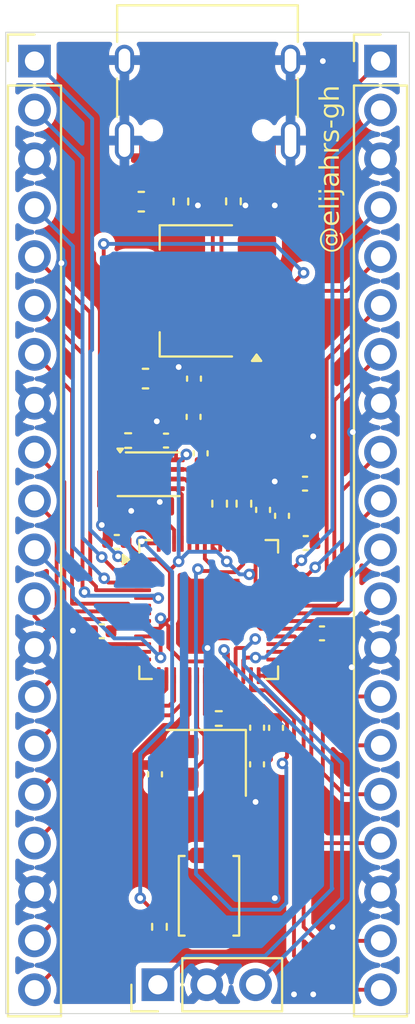
<source format=kicad_pcb>
(kicad_pcb (version 20241229) (generator "pcbnew") (generator_version "9.0")
  (layers (0 "F.Cu" signal) (2 "B.Cu" signal) (13 "F.Paste" user) (15 "B.Paste" user) (5 "F.SilkS" user "F.Silkscreen") (7 "B.SilkS" user "B.Silkscreen") (1 "F.Mask" user) (3 "B.Mask" user) (25 "Edge.Cuts" user))
  (net 0 "")
  (net 1 "GND")
  (net 2 "+3V3")
  (net 3 "+1V1")
  (net 4 "VBUS")
  (net 5 "XIN")
  (net 6 "Net-(C16-Pad2)")
  (net 7 "USB_D+")
  (net 8 "USB_D-")
  (net 9 "Net-(J1-CC1)")
  (net 10 "Net-(J1-CC2)")
  (net 11 "GPIO3")
  (net 12 "GPIO15")
  (net 13 "GPIO11")
  (net 14 "GPIO6")
  (net 15 "GPIO1")
  (net 16 "GPIO7")
  (net 17 "GPIO10")
  (net 18 "GPIO12")
  (net 19 "GPIO13")
  (net 20 "GPIO9")
  (net 21 "GPIO5")
  (net 22 "GPIO8")
  (net 23 "GPIO2")
  (net 24 "GPIO14")
  (net 25 "GPIO4")
  (net 26 "GPIO0")
  (net 27 "GPIO26_ADC0")
  (net 28 "GPIO17")
  (net 29 "GPIO16")
  (net 30 "GPIO27_ADC1")
  (net 31 "GPIO20")
  (net 32 "GPIO28_ADC2")
  (net 33 "GPIO18")
  (net 34 "GPIO21")
  (net 35 "GPIO19")
  (net 36 "GPIO22")
  (net 37 "GPIO24")
  (net 38 "RUN")
  (net 39 "GPIO23")
  (net 40 "GPIO29_ADC3")
  (net 41 "SWCLK")
  (net 42 "SWD")
  (net 43 "Net-(U1-USB_DP)")
  (net 44 "Net-(U1-USB_DM)")
  (net 45 "XOUT")
  (net 46 "QSPI_SS")
  (net 47 "Net-(R7-Pad1)")
  (net 48 "QSPI_SD1")
  (net 50 "QSPI_SCLK")
  (net 51 "QSPI_SD0")
  (net 52 "QSPI_SD3")
  (net 53 "QSPI_SD2")
  (footprint "Button_Switch_SMD:SW_Push_SPST_NO_Alps_SKRK" (layer "F.Cu") (at 105.577889 90.37749 -90)
    (property "Reference" "SW1" (hide yes))
    (property "Value" "SW_Push" (hide yes))
  )
  (footprint "Capacitor_SMD:C_0402_1005Metric" (layer "F.Cu") (at 109.065442 81.649251 -90)
    (property "Reference" "C12" (hide yes))
    (property "Value" "0.1uF" (hide yes))
  )
  (footprint "Crystal:Crystal_SMD_3225-4Pin_3.2x2.5mm" (layer "F.Cu") (at 105.436147 83.469652 180)
    (property "Reference" "Y1" (hide yes))
    (property "Value" "12 MHz" (hide yes))
  )
  (footprint "Capacitor_SMD:C_0402_1005Metric" (layer "F.Cu") (at 110.574378 68.960147)
    (property "Reference" "C3" (hide yes))
    (property "Value" "0.1uF" (hide yes))
  )
  (footprint "Capacitor_SMD:C_0402_1005Metric" (layer "F.Cu") (at 103.341797 66.721207 180)
    (property "Reference" "C17" (hide yes))
    (property "Value" "0.1uF" (hide yes))
  )
  (footprint "Capacitor_SMD:C_0402_1005Metric" (layer "F.Cu") (at 104.797744 63.503279 90)
    (property "Reference" "C2" (hide yes))
    (property "Value" "0.1uF" (hide yes))
  )
  (footprint "Resistor_SMD:R_0402_1005Metric" (layer "F.Cu") (at 104.117424 54.297343 -90)
    (property "Reference" "R2" (hide yes))
    (property "Value" "5.1K" (hide yes))
  )
  (footprint "Connector_USB:USB_C_Receptacle_HRO_TYPE-C-31-M-12" (layer "F.Cu") (at 105.5 48 180)
    (property "Reference" "J1" (hide yes))
    (property "Value" "USB_C_Receptacle_USB2.0_14P" (hide yes))
  )
  (footprint "Capacitor_SMD:C_0402_1005Metric" (layer "F.Cu") (at 100 76.630745 180)
    (property "Reference" "C7" (hide yes))
    (property "Value" "0.1uF" (hide yes))
  )
  (footprint "Package_TO_SOT_SMD:SOT-223-3_TabPin2" (layer "F.Cu") (at 104.923273 58.942224 180)
    (property "Reference" "U2" (hide yes))
    (property "Value" "NCP1117-3.3_SOT223" (hide yes))
  )
  (footprint "Package_DFN_QFN:QFN-56-1EP_7x7mm_P0.4mm_EP3.2x3.2mm" (layer "F.Cu") (at 105.5625 75.5)
    (property "Reference" "U1" (hide yes))
    (property "Value" "RP2040" (hide yes))
  )
  (footprint "Capacitor_SMD:C_0402_1005Metric" (layer "F.Cu") (at 111.456038 76.740465)
    (property "Reference" "C6" (hide yes))
    (property "Value" "0.1uF" (hide yes))
  )
  (footprint "Resistor_SMD:R_0402_1005Metric" (layer "F.Cu") (at 106.130907 70 -90)
    (property "Reference" "R3" (hide yes))
    (property "Value" "27" (hide yes))
  )
  (footprint "Capacitor_SMD:C_0603_1608Metric" (layer "F.Cu") (at 102.275 63.5 180)
    (property "Reference" "C14" (hide yes))
    (property "Value" "10uF" (hide yes))
  )
  (footprint "Connector_PinHeader_2.54mm:PinHeader_1x20_P2.54mm_Vertical" (layer "F.Cu") (at 96.5 47)
    (property "Reference" "J2" (hide yes))
    (property "Value" "Conn_01x20" (hide yes))
  )
  (footprint "Resistor_SMD:R_0402_1005Metric" (layer "F.Cu") (at 106.086102 81.164742 180)
    (property "Reference" "R5" (hide yes))
    (property "Value" "1K" (hide yes))
  )
  (footprint "Resistor_SMD:R_0402_1005Metric" (layer "F.Cu") (at 106.849838 54.288257 -90)
    (property "Reference" "R1" (hide yes))
    (property "Value" "5.1K" (hide yes))
  )
  (footprint "Connector_PinHeader_2.54mm:PinHeader_1x03_P2.54mm_Vertical" (layer "F.Cu") (at 102.92 95 90)
    (property "Reference" "J4" (hide yes))
    (property "Value" "Conn_01x03" (hide yes))
  )
  (footprint "Capacitor_SMD:C_0402_1005Metric" (layer "F.Cu") (at 100.781651 71.987659 180)
    (property "Reference" "C8" (hide yes))
    (property "Value" "0.1uF" (hide yes))
  )
  (footprint "Capacitor_SMD:C_0402_1005Metric" (layer "F.Cu") (at 108.080675 81.643507 -90)
    (property "Reference" "C9" (hide yes))
    (property "Value" "0.1uF" (hide yes))
  )
  (footprint "Connector_PinHeader_2.54mm:PinHeader_1x20_P2.54mm_Vertical" (layer "F.Cu") (at 114.5 47)
    (property "Reference" "J3" (hide yes))
    (property "Value" "Conn_01x20" (hide yes))
  )
  (footprint "Capacitor_SMD:C_0402_1005Metric" (layer "F.Cu") (at 109.377229 70.6324 90)
    (property "Reference" "C5" (hide yes))
    (property "Value" "0.1uF" (hide yes))
  )
  (footprint "Resistor_SMD:R_0402_1005Metric" (layer "F.Cu") (at 107.394308 70 -90)
    (property "Reference" "R4" (hide yes))
    (property "Value" "27" (hide yes))
  )
  (footprint "Capacitor_SMD:C_0603_1608Metric" (layer "F.Cu") (at 102.054818 54.305665 180)
    (property "Reference" "C13" (hide yes))
    (property "Value" "10uF" (hide yes))
  )
  (footprint "Resistor_SMD:R_0402_1005Metric" (layer "F.Cu") (at 101.371797 66.721207 180)
    (property "Reference" "R6" (hide yes))
    (property "Value" "10K" (hide yes))
  )
  (footprint "Capacitor_SMD:C_0402_1005Metric" (layer "F.Cu") (at 104.776173 65.490992 -90)
    (property "Reference" "C1" (hide yes))
    (property "Value" "1uF" (hide yes))
  )
  (footprint "Capacitor_SMD:C_0402_1005Metric" (layer "F.Cu") (at 105.144693 67.383969 90)
    (property "Reference" "C10" (hide yes))
    (property "Value" "1uF" (hide yes))
  )
  (footprint "Capacitor_SMD:C_0402_1005Metric" (layer "F.Cu") (at 110.611689 72.044379)
    (property "Reference" "C4" (hide yes))
    (property "Value" "0.1uF" (hide yes))
  )
  (footprint "Resistor_SMD:R_0402_1005Metric" (layer "F.Cu") (at 103 91.99 90)
    (property "Reference" "R7" (hide yes))
    (property "Value" "1K" (hide yes))
  )
  (footprint "Package_SON:Winbond_USON-8-1EP_3x2mm_P0.5mm_EP0.2x1.6mm" (layer "F.Cu") (at 102.436797 68.471207)
    (property "Reference" "U3" (hide yes))
    (property "Value" "W25Q16JVZPIQ TR" (hide yes))
  )
  (footprint "Capacitor_SMD:C_0402_1005Metric" (layer "F.Cu") (at 108.077933 83.546594 90)
    (property "Reference" "C16" (hide yes))
    (property "Value" "33pF" (hide yes))
  )
  (footprint "Capacitor_SMD:C_0402_1005Metric" (layer "F.Cu") (at 108.391595 70.32307 90)
    (property "Reference" "C11" (hide yes))
    (property "Value" "0.1uF" (hide yes))
  )
  (footprint "Capacitor_SMD:C_0402_1005Metric" (layer "F.Cu") (at 102.770308 84.064043 -90)
    (property "Reference" "C15" (hide yes))
    (property "Value" "33pF" (hide yes))
  )
  (gr_line (start 105.374 65.5) (end 105.374 63.621985) (stroke (width 0.2)) (layer "F.Cu") (net 1))
  (gr_line (start 109 76.5) (end 110.5 76.5) (stroke (width 0.2)) (layer "F.Cu") (net 2))
  (gr_line (start 109 76.898) (end 110 76.898) (stroke (width 0.2)) (layer "F.Cu") (net 34))
  (gr_line (start 111.700668 73.566608) (end 111.4 74.1) (stroke (width 0.2)) (layer "F.Cu") (net 30))
  (gr_line (start 111.698 70) (end 111.700668 73.566608) (stroke (width 0.2)) (layer "F.Cu") (net 30))
  (gr_rect (start 95 45.5) (end 116 96.5) (stroke (width 0.05)) (fill no) (layer "Edge.Cuts"))
  (gr_text "@elijahrs-gh" (at 112.5 57 90) (layer "F.SilkS") (effects (font (size 1 1) (thickness 0.1)) (justify left bottom)))
  (segment (start 104.797744 63.023279) (end 104.123279 63.023279) (width 0.2) (layer "F.Cu") (net 1))
  (segment (start 108.391595 69.84307) (end 108.391595 69.4519) (width 0.2) (layer "F.Cu") (net 1))
  (segment (start 113.760465 76.740465) (end 114.5 77.48) (width 0.2) (layer "F.Cu") (net 1))
  (segment (start 105 54.5) (end 104.424767 54.5) (width 0.2) (layer "F.Cu") (net 1))
  (segment (start 105.374 65.683164) (end 105.374 65.5) (width 0.2) (layer "F.Cu") (net 1))
  (segment (start 105.107743 63.023279) (end 105.374 63.289536) (width 0.2) (layer "F.Cu") (net 1))
  (segment (start 102.861797 66.721207) (end 102.861797 65.721207) (width 0.2) (layer "F.Cu") (net 1))
  (segment (start 104.5625 78.9375) (end 104.5625 80.9375) (width 0.2) (layer "F.Cu") (net 1))
  (segment (start 104.336147 81.163853) (end 104.336147 82.619652) (width 0.2) (layer "F.Cu") (net 1))
  (segment (start 109 93.5) (end 109 90.5) (width 0.2) (layer "F.Cu") (net 1))
  (segment (start 108.75 54.25) (end 109 54.5) (width 0.2) (layer "F.Cu") (net 1))
  (segment (start 103.017354 66.876764) (end 103.017354 69.91112) (width 0.2) (layer "F.Cu") (net 1))
  (segment (start 101.532154 69.741564) (end 101.011797 69.221207) (width 0.2) (layer "F.Cu") (net 1))
  (segment (start 107.175016 54.798257) (end 107.473273 54.5) (width 0.2) (layer "F.Cu") (net 1))
  (segment (start 108.75 52.045) (end 108.75 54.25) (width 0.2) (layer "F.Cu") (net 1))
  (segment (start 111 95.5) (end 109 93.5) (width 0.2) (layer "F.Cu") (net 1))
  (segment (start 100.472273 60.072273) (end 100.472273 62.472273) (width 0.2) (layer "F.Cu") (net 1))
  (segment (start 102.861797 66.721207) (end 103.017354 66.876764) (width 0.2) (layer "F.Cu") (net 1))
  (segment (start 109.377229 70.1524) (end 109.377229 69.226536) (width 0.2) (layer "F.Cu") (net 1))
  (segment (start 107.784875 84.319652) (end 108.077933 84.026594) (width 0.2) (layer "F.Cu") (net 1))
  (segment (start 104.776173 65.970992) (end 105.086172 65.970992) (width 0.2) (layer "F.Cu") (net 1))
  (segment (start 97.9 57.5) (end 100.472273 60.072273) (width 0.2) (layer "F.Cu") (net 1))
  (segment (start 105.144693 66.903969) (end 105.144693 66.339512) (width 0.2) (layer "F.Cu") (net 1))
  (segment (start 108.799 83.305527) (end 108.799 82.395693) (width 0.2) (layer "F.Cu") (net 1))
  (segment (start 108.077933 84.026594) (end 108.799 83.305527) (width 0.2) (layer "F.Cu") (net 1))
  (segment (start 106.536147 84.319652) (end 106.819652 84.319652) (width 0.2) (layer "F.Cu") (net 1))
  (segment (start 105.086172 65.970992) (end 105.374 65.683164) (width 0.2) (layer "F.Cu") (net 1))
  (segment (start 106.849838 54.798257) (end 107.175016 54.798257) (width 0.2) (layer "F.Cu") (net 1))
  (segment (start 113.06 66.22) (end 113.06 66.28) (width 0.2) (layer "F.Cu") (net 1))
  (segment (start 106.536147 84.319652) (end 107.784875 84.319652) (width 0.2) (layer "F.Cu") (net 1))
  (segment (start 100.301651 71.410727) (end 99.999 71.108076) (width 0.2) (layer "F.Cu") (net 1))
  (segment (start 109.377229 69.226536) (end 108.997094 68.846401) (width 0.2) (layer "F.Cu") (net 1))
  (segment (start 100.301651 71.987659) (end 100.301651 71.410727) (width 0.2) (layer "F.Cu") (net 1))
  (segment (start 111.936038 76.740465) (end 113.760465 76.740465) (width 0.2) (layer "F.Cu") (net 1))
  (segment (start 96.5 64.78) (end 96.5 65) (width 0.2) (layer "F.Cu") (net 1))
  (segment (start 98.530745 76.630745) (end 98.5 76.6) (width 0.2) (layer "F.Cu") (net 1))
  (segment (start 100.472273 62.472273) (end 101.5 63.5) (width 0.2) (layer "F.Cu") (net 1))
  (segment (start 104.424767 54.5) (end 104.117424 54.807343) (width 0.2) (layer "F.Cu") (net 1))
  (segment (start 108.080675 82.123507) (end 109.059698 82.123507) (width 0.2) (layer "F.Cu") (net 1))
  (segment (start 104.5625 80.9375) (end 104.336147 81.163853) (width 0.2) (layer "F.Cu") (net 1))
  (segment (start 111.091689 72.044379) (end 111.091689 68.997458) (width 0.2) (layer "F.Cu") (net 1))
  (segment (start 108.391595 69.4519) (end 108.997094 68.846401) (width 0.2) (layer "F.Cu") (net 1))
  (segment (start 104.797744 63.023279) (end 105.107743 63.023279) (width 0.2) (layer "F.Cu") (net 1))
  (segment (start 99.52 76.630745) (end 98.530745 76.630745) (width 0.2) (layer "F.Cu") (net 1))
  (segment (start 105.374 63.289536) (end 105.374 63.621985) (width 0.2) (layer "F.Cu") (net 1))
  (segment (start 111.936038 77.436038) (end 111.936038 76.740465) (width 0.2) (layer "F.Cu") (net 1))
  (segment (start 109.059698 82.123507) (end 109.065442 82.129251) (width 0.2) (layer "F.Cu") (net 1))
  (segment (start 114.5 64.78) (end 113.06 66.22) (width 0.2) (layer "F.Cu") (net 1))
  (segment (start 111.45 46.95) (end 111.5 47) (width 0.2) (layer "F.Cu") (net 1))
  (segment (start 104.5625 76.5) (end 105.5625 75.5) (width 0.2) (layer "F.Cu") (net 1))
  (segment (start 104.123279 63.023279) (end 104 62.9) (width 0.2) (layer "F.Cu") (net 1))
  (segment (start 101.532154 70.375659) (end 101.532154 69.741564) (width 0.2) (layer "F.Cu") (net 1))
  (segment (start 108.799 82.395693) (end 109.065442 82.129251) (width 0.2) (layer "F.Cu") (net 1))
  (segment (start 111.091689 68.997458) (end 111.054378 68.960147) (width 0.2) (layer "F.Cu") (net 1))
  (segment (start 106.819652 84.319652) (end 108 85.5) (width 0.2) (layer "F.Cu") (net 1))
  (segment (start 113 78.5) (end 111.936038 77.436038) (width 0.2) (layer "F.Cu") (net 1))
  (segment (start 109.82 46.95) (end 111.45 46.95) (width 0.2) (layer "F.Cu") (net 1))
  (segment (start 105.144693 66.339512) (end 104.776173 65.970992) (width 0.2) (layer "F.Cu") (net 1))
  (segment (start 114.5 64.78) (end 114.22 64.5) (width 0.2) (layer "F.Cu") (net 1))
  (via (at 104 62.9) (size 0.6) (drill 0.3) (layers "F.Cu" "B.Cu") (net 1))
  (via (at 105 54.5) (size 0.6) (drill 0.3) (layers "F.Cu" "B.Cu") (net 1))
  (via (at 102.861797 65.721207) (size 0.6) (drill 0.3) (layers "F.Cu" "B.Cu") (net 1))
  (via (at 111 66.5) (size 0.6) (drill 0.3) (layers "F.Cu" "B.Cu") (net 1))
  (via (at 105.5 77.5) (size 0.6) (drill 0.3) (layers "F.Cu" "B.Cu") (net 1))
  (via (at 110 95.5) (size 0.6) (drill 0.3) (layers "F.Cu" "B.Cu") (net 1))
  (via (at 97.9 57.5) (size 0.6) (drill 0.3) (layers "F.Cu" "B.Cu") (net 1))
  (via (at 99.999 71.108076) (size 0.6) (drill 0.3) (layers "F.Cu" "B.Cu") (net 1))
  (via (at 108 85.5) (size 0.6) (drill 0.3) (layers "F.Cu" "B.Cu") (net 1))
  (via (at 113.06 66.28) (size 0.6) (drill 0.3) (layers "F.Cu" "B.Cu") (net 1))
  (via (at 111.5 47) (size 0.6) (drill 0.3) (layers "F.Cu" "B.Cu") (net 1))
  (via (at 112 92) (size 0.6) (drill 0.3) (layers "F.Cu" "B.Cu") (net 1))
  (via (at 98.5 76.6) (size 0.6) (drill 0.3) (layers "F.Cu" "B.Cu") (net 1))
  (via (at 109 90.5) (size 0.6) (drill 0.3) (layers "F.Cu" "B.Cu") (net 1))
  (via (at 113 78.5) (size 0.6) (drill 0.3) (layers "F.Cu" "B.Cu") (net 1))
  (via (at 101.532154 70.375659) (size 0.6) (drill 0.3) (layers "F.Cu" "B.Cu") (net 1))
  (via (at 107.473273 54.5) (size 0.6) (drill 0.3) (layers "F.Cu" "B.Cu") (net 1))
  (via (at 109 54.5) (size 0.6) (drill 0.3) (layers "F.Cu" "B.Cu") (net 1))
  (via (at 103.017354 69.91112) (size 0.6) (drill 0.3) (layers "F.Cu" "B.Cu") (net 1))
  (via (at 111 95.5) (size 0.6) (drill 0.3) (layers "F.Cu" "B.Cu") (net 1))
  (via (at 108.997094 68.846401) (size 0.6) (drill 0.3) (layers "F.Cu" "B.Cu") (net 1))
  (segment (start 107.2615 75.2385) (end 109 73.5) (width 0.2) (layer "B.Cu") (net 1))
  (segment (start 109.787318 73.191785) (end 109.787318 67.712682) (width 0.2) (layer "B.Cu") (net 1))
  (segment (start 104 62.9) (end 109.787318 68.687318) (width 0.2) (layer "B.Cu") (net 1))
  (segment (start 104.150543 66.837133) (end 99.999 70.988676) (width 0.2) (layer "B.Cu") (net 1))
  (segment (start 113 78.5) (end 113 93.5) (width 0.2) (layer "B.Cu") (net 1))
  (segment (start 104 64.583004) (end 102.861797 65.721207) (width 0.2) (layer "B.Cu") (net 1))
  (segment (start 101.002 91.502) (end 109.415043 91.502) (width 0.2) (layer "B.Cu") (net 1))
  (segment (start 108.275265 70.463969) (end 104.648429 66.837133) (width 0.2) (layer "B.Cu") (net 1))
  (segment (start 109.415043 91.502) (end 110.002 90.915043) (width 0.2) (layer "B.Cu") (net 1))
  (segment (start 113 66.28) (end 114.5 64.78) (width 0.2) (layer "B.Cu") (net 1))
  (segment (start 110.503846 73.908313) (end 111.349416 73.908313) (width 0.2) (layer "B.Cu") (net 1))
  (segment (start 105.7615 77.8957) (end 105.7615 76.436973) (width 0.2) (layer "B.Cu") (net 1))
  (segment (start 109.787318 67.712682) (end 111 66.5) (width 0.2) (layer "B.Cu") (net 1))
  (segment (start 113 72.257729) (end 113 66.28) (width 0.2) (layer "B.Cu") (net 1))
  (segment (start 98.5 76.6) (end 97.38 76.6) (width 0.2) (layer "B.Cu") (net 1))
  (segment (start 99.999 70.988676) (end 99.999 71.108076) (width 0.2) (layer "B.Cu") (net 1))
  (segment (start 104 62.9) (end 104 64.583004) (width 0.2) (layer "B.Cu") (net 1))
  (segment (start 107.473273 54.5) (end 105 54.5) (width 0.2) (layer "B.Cu") (net 1))
  (segment (start 98.5 89) (end 101.002 91.502) (width 0.2) (layer "B.Cu") (net 1))
  (segment (start 109 72) (end 111 70) (width 0.2) (layer "B.Cu") (net 1))
  (segment (start 108.275265 73.923208) (end 108.275265 70.463969) (width 0.2) (layer "B.Cu") (net 1))
  (segment (start 110.002 90.915043) (end 110.002 82.1362) (width 0.2) (layer "B.Cu") (net 1))
  (segment (start 105.7615 87.2615) (end 105.7615 75.2385) (width 0.2) (layer "B.Cu") (net 1))
  (segment (start 105.7615 75.2385) (end 107.2615 75.2385) (width 0.2) (layer "B.Cu") (net 1))
  (segment (start 99.999 71.108076) (end 100.799737 71.108076) (width 0.2) (layer "B.Cu") (net 1))
  (segment (start 111.349416 73.908313) (end 113 72.257729) (width 0.2) (layer "B.Cu") (net 1))
  (segment (start 97.9 63.38) (end 97.9 57.5) (width 0.2) (layer "B.Cu") (net 1))
  (segment (start 105.7615 76.436973) (end 108.275265 73.923208) (width 0.2) (layer "B.Cu") (net 1))
  (segment (start 96.5 64.78) (end 97.9 63.38) (width 0.2) (layer "B.Cu") (net 1))
  (segment (start 109 73.5) (end 109 72) (width 0.2) (layer "B.Cu") (net 1))
  (segment (start 98.5 76.6) (end 98.5 89) (width 0.2) (layer "B.Cu") (net 1))
  (segment (start 103.017354 69.91112) (end 101.996693 69.91112) (width 0.2) (layer "B.Cu") (net 1))
  (segment (start 113 93.5) (end 111 95.5) (width 0.2) (layer "B.Cu") (net 1))
  (segment (start 109 90.5) (end 105.7615 87.2615) (width 0.2) (layer "B.Cu") (net 1))
  (segment (start 104.648429 66.837133) (end 104.150543 66.837133) (width 0.2) (layer "B.Cu") (net 1))
  (segment (start 110.002 82.1362) (end 105.7615 77.8957) (width 0.2) (layer "B.Cu") (net 1))
  (segment (start 101.996693 69.91112) (end 101.532154 70.375659) (width 0.2) (layer "B.Cu") (net 1))
  (segment (start 100.799737 71.108076) (end 101.532154 70.375659) (width 0.2) (layer "B.Cu") (net 1))
  (segment (start 109.787318 68.687318) (end 109.787318 73.191785) (width 0.2) (layer "B.Cu") (net 1))
  (segment (start 109.787318 73.191785) (end 110.503846 73.908313) (width 0.2) (layer "B.Cu") (net 1))
  (segment (start 97.38 76.6) (end 96.5 77.48) (width 0.2) (layer "B.Cu") (net 1))
  (segment (start 105.7625 80.2625) (end 106 80.5) (width 0.2) (layer "F.Cu") (net 2))
  (segment (start 103.461338 77.461338) (end 104.199 78.199) (width 0.2) (layer "F.Cu") (net 2))
  (segment (start 104.776173 64.00485) (end 104.797744 63.983279) (width 0.2) (layer "F.Cu") (net 2))
  (segment (start 104.199 78.199) (end 105.557274 78.199) (width 0.2) (layer "F.Cu") (net 2))
  (segment (start 109.377229 71.1124) (end 109.377229 71.289919) (width 0.2) (layer "F.Cu") (net 2))
  (segment (start 103.861797 66.761207) (end 103.821797 66.721207) (width 0.2) (layer "F.Cu") (net 2))
  (segment (start 112.717776 58.942224) (end 114.5 57.16) (width 0.2) (layer "F.Cu") (net 2))
  (segment (start 105.7625 78.9375) (end 105.7625 80.2625) (width 0.2) (layer "F.Cu") (net 2))
  (segment (start 103.05 63.5) (end 104.314465 63.5) (width 0.2) (layer "F.Cu") (net 2))
  (segment (start 102.125 76.5) (end 100.610745 76.5) (width 0.2) (layer "F.Cu") (net 2))
  (segment (start 110.735573 76.5) (end 110.976038 76.740465) (width 0.2) (layer "F.Cu") (net 2))
  (segment (start 104.116412 67.721207) (end 104.399486 67.438133) (width 0.2) (layer "F.Cu") (net 2))
  (segment (start 102.9 72.9) (end 102.125 72.9) (width 0.2) (layer "F.Cu") (net 2))
  (segment (start 100.1 57.268951) (end 100.1 56.5) (width 0.2) (layer "F.Cu") (net 2))
  (segment (start 102.96 63.59) (end 103.05 63.5) (width 0.2) (layer "F.Cu") (net 2))
  (segment (start 109.855621 72.044379) (end 109 72.9) (width 0.2) (layer "F.Cu") (net 2))
  (segment (start 107.417168 80.5) (end 108.080675 81.163507) (width 0.2) (layer "F.Cu") (net 2))
  (segment (start 103 76.5) (end 103.061338 76.438662) (width 0.2) (layer "F.Cu") (net 2))
  (segment (start 102.125 76.5) (end 103 76.5) (width 0.2) (layer "F.Cu") (net 2))
  (segment (start 103.05 60.218951) (end 101.773273 58.942224) (width 0.2) (layer "F.Cu") (net 2))
  (segment (start 109.557776 58.942224) (end 108.073273 58.942224) (width 0.2) (layer "F.Cu") (net 2))
  (segment (start 103.861797 67.721207) (end 104.116412 67.721207) (width 0.2) (layer "F.Cu") (net 2))
  (segment (start 110.5 58) (end 109.557776 58.942224) (width 0.2) (layer "F.Cu") (net 2))
  (segment (start 103.821797 65.831264) (end 103.955901 65.831264) (width 0.2) (layer "F.Cu") (net 2))
  (segment (start 105.7625 72.2625) (end 106.5 73) (width 0.2) (layer "F.Cu") (net 2))
  (segment (start 103.821797 66.721207) (end 103.821797 65.831264) (width 0.2) (layer "F.Cu") (net 2))
  (segment (start 108.263164 76.5) (end 109 76.5) (width 0.2) (layer "F.Cu") (net 2))
  (segment (start 102.125 72.9) (end 102.125 72.851008) (width 0.2) (layer "F.Cu") (net 2))
  (segment (start 103.861797 67.721207) (end 103.861797 66.761207) (width 0.2) (layer "F.Cu") (net 2))
  (segment (start 101.881797 65.701207) (end 101.881797 66.721207) (width 0.2) (layer "F.Cu") (net 2))
  (segment (start 104.776173 65.010992) (end 104.776173 64.00485) (width 0.2) (layer "F.Cu") (net 2))
  (segment (start 109 72.9) (end 108.1 72.9) (width 0.2) (layer "F.Cu") (net 2))
  (segment (start 104.314465 63.5) (end 104.797744 63.983279) (width 0.2) (layer "F.Cu") (net 2))
  (segment (start 109.419398 71.070231) (end 109.377229 71.1124) (width 0.2) (layer "F.Cu") (net 2))
  (segment (start 103 76.5) (end 103.543264 75.956736) (width 0.2) (layer "F.Cu") (net 2))
  (segment (start 103.461338 76.356736) (end 103.461338 77.461338) (width 0.2) (layer "F.Cu") (net 2))
  (segment (start 108 76.236836) (end 108.263164 76.5) (width 0.2) (layer "F.Cu") (net 2))
  (segment (start 102.462797 65.120207) (end 101.881797 65.701207) (width 0.2) (layer "F.Cu") (net 2))
  (segment (start 103.061338 75.956736) (end 103.461338 76.356736) (width 0.2) (layer "F.Cu") (net 2))
  (segment (start 105.7625 72.0625) (end 105.7625 72.2625) (width 0.2) (layer "F.Cu") (net 2))
  (segment (start 108 73.5) (end 107.84853 73.5) (width 0.2) (layer "F.Cu") (net 2))
  (segment (start 104 73) (end 103.5 73.5) (width 0.2) (layer "F.Cu") (net 2))
  (segment (start 100.393388 76.5) (end 100.262643 76.630745) (width 0.2) (layer "F.Cu") (net 2))
  (segment (start 107.84853 73.5) (end 107.674265 73.674265) (width 0.2) (layer "F.Cu") (net 2))
  (segment (start 108.427129 72.0625) (end 109.377229 71.1124) (width 0.2) (layer "F.Cu") (net 2))
  (segment (start 102.125 72.9) (end 102.098758 72.9) (width 0.2) (layer "F.Cu") (net 2))
  (segment (start 105.7625 72.0625) (end 106.1625 72.0625) (width 0.2) (layer "F.Cu") (net 2))
  (segment (start 108.073273 58.942224) (end 112.717776 58.942224) (width 0.2) (layer "F.Cu") (net 2))
  (segment (start 107.7625 72.0625) (end 108.1625 72.0625) (width 0.2) (layer "F.Cu") (net 2))
  (segment (start 102.125 72.851008) (end 101.261651 71.987659) (width 0.2) (layer "F.Cu") (net 2))
  (segment (start 109.377229 71.289919) (end 110.131689 72.044379) (width 0.2) (layer "F.Cu") (net 2))
  (segment (start 110.131689 72.044379) (end 109.855621 72.044379) (width 0.2) (layer "F.Cu") (net 2))
  (segment (start 103.11074 65.120207) (end 102.462797 65.120207) (width 0.2) (layer "F.Cu") (net 2))
  (segment (start 108 73.5) (end 108 76.236836) (width 0.2) (layer "F.Cu") (net 2))
  (segment (start 101.773273 58.942224) (end 100.1 57.268951) (width 0.2) (layer "F.Cu") (net 2))
  (segment (start 103.5 73.5) (end 102.9 72.9) (width 0.2) (layer "F.Cu") (net 2))
  (segment (start 103.821797 65.831264) (end 103.11074 65.120207) (width 0.2) (layer "F.Cu") (net 2))
  (segment (start 110.131689 68.997458) (end 110.094378 68.960147) (width 0.2) (layer "F.Cu") (net 2))
  (segment (start 100.610745 76.5) (end 100.48 76.630745) (width 0.2) (layer "F.Cu") (net 2))
  (segment (start 105.7625 78.404226) (end 105.7625 78.9375) (width 0.2) (layer "F.Cu") (net 2))
  (segment (start 108.1625 72.0625) (end 108.427129 72.0625) (width 0.2) (layer "F.Cu") (net 2))
  (segment (start 106 80.5) (end 107.417168 80.5) (width 0.2) (layer "F.Cu") (net 2))
  (segment (start 103.05 63.5) (end 103.05 60.218951) (width 0.2) (layer "F.Cu") (net 2))
  (segment (start 103.061338 76.438662) (end 103.061338 75.956736) (width 0.2) (layer "F.Cu") (net 2))
  (segment (start 103.955901 65.831264) (end 104.776173 65.010992) (width 0.2) (layer "F.Cu") (net 2))
  (segment (start 110.5 76.5) (end 110.735573 76.5) (width 0.2) (layer "F.Cu") (net 2))
  (segment (start 103.543264 73.543264) (end 103.5 73.5) (width 0.2) (layer "F.Cu") (net 2))
  (segment (start 110.131689 72.044379) (end 110.131689 68.997458) (width 0.2) (layer "F.Cu") (net 2))
  (segment (start 105.557274 78.199) (end 105.7625 78.404226) (width 0.2) (layer "F.Cu") (net 2))
  (segment (start 109 72.9) (end 109.12116 72.9) (width 0.2) (layer "F.Cu") (net 2))
  (segment (start 108.1 72.9) (end 108 73) (width 0.2) (layer "F.Cu") (net 2))
  (segment (start 108 73) (end 108 73.5) (width 0.2) (layer "F.Cu") (net 2))
  (segment (start 103.543264 75.956736) (end 103.543264 73.543264) (width 0.2) (layer "F.Cu") (net 2))
  (via (at 104 73) (size 0.6) (drill 0.3) (layers "F.Cu" "B.Cu") (net 2))
  (via (at 103.061338 75.956736) (size 0.6) (drill 0.3) (layers "F.Cu" "B.Cu") (net 2))
  (via (at 104.399486 67.438133) (size 0.6) (drill 0.3) (layers "F.Cu" "B.Cu") (net 2))
  (via (at 110.5 58) (size 0.6) (drill 0.3) (layers "F.Cu" "B.Cu") (net 2))
  (via (at 107.674265 73.674265) (size 0.6) (drill 0.3) (layers "F.Cu" "B.Cu") (net 2))
  (via (at 106.5 73) (size 0.6) (drill 0.3) (layers "F.Cu" "B.Cu") (net 2))
  (via (at 100.1 56.5) (size 0.6) (drill 0.3) (layers "F.Cu" "B.Cu") (net 2))
  (segment (start 104 67.837619) (end 104 73) (width 0.2) (layer "B.Cu") (net 2))
  (segment (start 104 73) (end 104.5 72.5) (width 0.2) (layer "B.Cu") (net 2))
  (segment (start 100.1 56.5) (end 109 56.5) (width 0.2) (layer "B.Cu") (net 2))
  (segment (start 107.174265 73.674265) (end 106.5 73) (width 0.2) (layer "B.Cu") (net 2))
  (segment (start 107.674265 73.674265) (end 107.174265 73.674265) (width 0.2) (layer "B.Cu") (net 2))
  (segment (start 104.5 72.5) (end 106 72.5) (width 0.2) (layer "B.Cu") (net 2))
  (segment (start 104.399486 67.438133) (end 104 67.837619) (width 0.2) (layer "B.Cu") (net 2))
  (segment (start 106 72.5) (end 106.5 73) (width 0.2) (layer "B.Cu") (net 2))
  (segment (start 109 56.5) (end 110.5 58) (width 0.2) (layer "B.Cu") (net 2))
  (segment (start 106.5 80) (end 107.5 80) (width 0.2) (layer "F.Cu") (net 3))
  (segment (start 106.1625 79.6625) (end 106.5 80) (width 0.2) (layer "F.Cu") (net 3))
  (segment (start 109.435892 81.169251) (end 109.065442 81.169251) (width 0.2) (layer "F.Cu") (net 3))
  (segment (start 106.939 73.561) (end 106.061 73.561) (width 0.2) (layer "F.Cu") (net 3))
  (segment (start 107.3625 73.1375) (end 106.939 73.561) (width 0.2) (layer "F.Cu") (net 3))
  (segment (start 105.5 70.5) (end 105.5 68.219276) (width 0.2) (layer "F.Cu") (net 3))
  (segment (start 105.5 68.219276) (end 105.144693 67.863969) (width 0.2) (layer "F.Cu") (net 3))
  (segment (start 105.3625 72.0625) (end 105.3625 72.595774) (width 0.2) (layer "F.Cu") (net 3))
  (segment (start 108.396191 80.5) (end 109.065442 81.169251) (width 0.2) (layer "F.Cu") (net 3))
  (segment (start 106.1625 78.9375) (end 106.1625 79.6625) (width 0.2) (layer "F.Cu") (net 3))
  (segment (start 109.4 83.5) (end 109.4 83.391305) (width 0.2) (layer "F.Cu") (net 3))
  (segment (start 109.636442 83.154863) (end 109.636442 81.369801) (width 0.2) (layer "F.Cu") (net 3))
  (segment (start 107.3625 71.489699) (end 107.3625 72.0625) (width 0.2) (layer "F.Cu") (net 3))
  (segment (start 107.3625 72.0625) (end 107.3625 73.1375) (width 0.2) (layer "F.Cu") (net 3))
  (segment (start 105.100002 73.5) (end 106 73.5) (width 0.2) (layer "F.Cu") (net 3))
  (segment (start 106.061 73.561) (end 106 73.5) (width 0.2) (layer "F.Cu") (net 3))
  (segment (start 109.636442 81.369801) (end 109.435892 81.169251) (width 0.2) (layer "F.Cu") (net 3))
  (segment (start 108 80.5) (end 108.396191 80.5) (width 0.2) (layer "F.Cu") (net 3))
  (segment (start 105 73.399998) (end 105.100002 73.5) (width 0.2) (layer "F.Cu") (net 3))
  (segment (start 109.4 83.391305) (end 109.636442 83.154863) (width 0.2) (layer "F.Cu") (net 3))
  (segment (start 105.3615 72.8615) (end 106 73.5) (width 0.2) (layer "F.Cu") (net 3))
  (segment (start 105.3625 70.6375) (end 105.5 70.5) (width 0.2) (layer "F.Cu") (net 3))
  (segment (start 108.049129 70.80307) (end 107.3625 71.489699) (width 0.2) (layer "F.Cu") (net 3))
  (segment (start 108.391595 70.80307) (end 108.049129 70.80307) (width 0.2) (layer "F.Cu") (net 3))
  (segment (start 105.3625 72.595774) (end 105.3615 72.596774) (width 0.2) (layer "F.Cu") (net 3))
  (segment (start 105.3615 72.596774) (end 105.3615 72.8615) (width 0.2) (layer "F.Cu") (net 3))
  (segment (start 105.3625 72.0625) (end 105.3625 70.6375) (width 0.2) (layer "F.Cu") (net 3))
  (segment (start 107.5 80) (end 108 80.5) (width 0.2) (layer "F.Cu") (net 3))
  (via (at 109.4 83.5) (size 0.6) (drill 0.3) (layers "F.Cu" "B.Cu") (net 3))
  (via (at 105 73.399998) (size 0.6) (drill 0.3) (layers "F.Cu" "B.Cu") (net 3))
  (segment (start 106.751057 91.101) (end 104.899 89.248943) (width 0.2) (layer "B.Cu") (net 3))
  (segment (start 109.4 83.5) (end 109.601 83.701) (width 0.2) (layer "B.Cu") (net 3))
  (segment (start 104.899 89.248943) (end 104.899 73.500998) (width 0.2) (layer "B.Cu") (net 3))
  (segment (start 109.248943 91.101) (end 106.751057 91.101) (width 0.2) (layer "B.Cu") (net 3))
  (segment (start 104.899 73.500998) (end 105 73.399998) (width 0.2) (layer "B.Cu") (net 3))
  (segment (start 109.601 83.701) (end 109.601 90.748943) (width 0.2) (layer "B.Cu") (net 3))
  (segment (start 109.601 90.748943) (end 109.248943 91.101) (width 0.2) (layer "B.Cu") (net 3))
  (segment (start 102.829818 54.305665) (end 103.05 54.085483) (width 0.2) (layer "F.Cu") (net 4))
  (segment (start 103.05 54.085483) (end 103.05 52.045) (width 0.2) (layer "F.Cu") (net 4))
  (segment (start 108.073273 56.642224) (end 108.073273 52.168273) (width 0.2) (layer "F.Cu") (net 4))
  (segment (start 107.3 50.618) (end 107.341 50.659) (width 0.2) (layer "F.Cu") (net 4))
  (segment (start 109.949 48.051) (end 113.449 48.051) (width 0.2) (layer "F.Cu") (net 4))
  (segment (start 107.95 51.268) (end 107.95 52.045) (width 0.2) (layer "F.Cu") (net 4))
  (segment (start 103.05 51.12) (end 103.552 50.618) (width 0.2) (layer "F.Cu") (net 4))
  (segment (start 107.341 50.659) (end 107.95 51.268) (width 0.2) (layer "F.Cu") (net 4))
  (segment (start 108.073273 52.168273) (end 107.95 52.045) (width 0.2) (layer "F.Cu") (net 4))
  (segment (start 103.05 52.045) (end 103.05 51.12) (width 0.2) (layer "F.Cu") (net 4))
  (segment (start 103.552 50.618) (end 107.3 50.618) (width 0.2) (layer "F.Cu") (net 4))
  (segment (start 107.341 50.659) (end 109.949 48.051) (width 0.2) (layer "F.Cu") (net 4))
  (segment (start 113.449 48.051) (end 114.5 47) (width 0.2) (layer "F.Cu") (net 4))
  (segment (start 102.770308 84.544043) (end 104.111756 84.544043) (width 0.2) (layer "F.Cu") (net 5))
  (segment (start 105.337147 82.034492) (end 104.9625 81.659845) (width 0.2) (layer "F.Cu") (net 5))
  (segment (start 105.337147 83.318652) (end 105.337147 82.034492) (width 0.2) (layer "F.Cu") (net 5))
  (segment (start 104.336147 84.319652) (end 105.337147 83.318652) (width 0.2) (layer "F.Cu") (net 5))
  (segment (start 104.111756 84.544043) (end 104.336147 84.319652) (width 0.2) (layer "F.Cu") (net 5))
  (segment (start 104.9625 81.659845) (end 104.9625 78.9375) (width 0.2) (layer "F.Cu") (net 5))
  (segment (start 106.536147 82.619652) (end 106.536147 81.224697) (width 0.2) (layer "F.Cu") (net 6))
  (segment (start 106.791098 82.364701) (end 106.536147 82.619652) (width 0.2) (layer "F.Cu") (net 6))
  (segment (start 106.983089 83.066594) (end 106.536147 82.619652) (width 0.2) (layer "F.Cu") (net 6))
  (segment (start 108.077933 83.066594) (end 106.983089 83.066594) (width 0.2) (layer "F.Cu") (net 6))
  (segment (start 106.536147 81.224697) (end 106.596102 81.164742) (width 0.2) (layer "F.Cu") (net 6))
  (segment (start 104.75 53.022) (end 104.75 52.045) (width 0.2) (layer "F.Cu") (net 7))
  (segment (start 105.775 67.093198) (end 106.537608 67.855806) (width 0.2) (layer "F.Cu") (net 7))
  (segment (start 106.537608 69.083299) (end 106.130907 69.49) (width 0.2) (layer "F.Cu") (net 7))
  (segment (start 106.537608 67.855806) (end 106.537608 69.083299) (width 0.2) (layer "F.Cu") (net 7))
  (segment (start 104.799 53.071) (end 104.75 53.022) (width 0.2) (layer "F.Cu") (net 7))
  (segment (start 105.75 53.022) (end 105.701 53.071) (width 0.2) (layer "F.Cu") (net 7))
  (segment (start 105.775 53.157501) (end 105.775 67.093198) (width 0.2) (layer "F.Cu") (net 7))
  (segment (start 105.75 53.132501) (end 105.775 53.157501) (width 0.2) (layer "F.Cu") (net 7))
  (segment (start 105.701 53.071) (end 104.799 53.071) (width 0.2) (layer "F.Cu") (net 7))
  (segment (start 105.75 52.045) (end 105.75 53.022) (width 0.2) (layer "F.Cu") (net 7))
  (segment (start 105.75 52.045) (end 105.75 53.132501) (width 0.2) (layer "F.Cu") (net 7))
  (segment (start 105.25 52.045) (end 105.25 51.068) (width 0.2) (layer "F.Cu") (net 8))
  (segment (start 106.25 52.045) (end 106.25 53.132501) (width 0.2) (layer "F.Cu") (net 8))
  (segment (start 106.25 53.132501) (end 106.225 53.157501) (width 0.2) (layer "F.Cu") (net 8))
  (segment (start 106.987607 69.083299) (end 107.394308 69.49) (width 0.2) (layer "F.Cu") (net 8))
  (segment (start 106.225 53.157501) (end 106.225 66.906802) (width 0.2) (layer "F.Cu") (net 8))
  (segment (start 105.25 51.068) (end 105.299 51.019) (width 0.2) (layer "F.Cu") (net 8))
  (segment (start 106.201 51.019) (end 106.25 51.068) (width 0.2) (layer "F.Cu") (net 8))
  (segment (start 106.225 66.906802) (end 106.987607 67.669409) (width 0.2) (layer "F.Cu") (net 8))
  (segment (start 106.25 51.068) (end 106.25 52.045) (width 0.2) (layer "F.Cu") (net 8))
  (segment (start 106.987607 67.669409) (end 106.987607 69.083299) (width 0.2) (layer "F.Cu") (net 8))
  (segment (start 105.299 51.019) (end 106.201 51.019) (width 0.2) (layer "F.Cu") (net 8))
  (segment (start 106.75 52.045) (end 106.75 53.678419) (width 0.2) (layer "F.Cu") (net 9))
  (segment (start 106.75 53.678419) (end 106.849838 53.778257) (width 0.2) (layer "F.Cu") (net 9))
  (segment (start 104.117424 53.787343) (end 103.75 53.419919) (width 0.2) (layer "F.Cu") (net 10))
  (segment (start 103.75 53.419919) (end 103.75 52.045) (width 0.2) (layer "F.Cu") (net 10))
  (segment (start 99.399 60.059) (end 99.399 74) (width 0.2) (layer "F.Cu") (net 11))
  (segment (start 99.701 74.5) (end 102.125 74.5) (width 0.2) (layer "F.Cu") (net 11))
  (segment (start 96.5 57.16) (end 99.399 60.059) (width 0.2) (layer "F.Cu") (net 11))
  (segment (start 99.399 74) (end 99.701 74.302) (width 0.2) (layer "F.Cu") (net 11))
  (segment (start 99.701 74.302) (end 99.701 74.5) (width 0.2) (layer "F.Cu") (net 11))
  (segment (start 103.5671 81) (end 104.1625 80.4046) (width 0.2) (layer "F.Cu") (net 12))
  (segment (start 99.5 84.5) (end 103 81) (width 0.2) (layer "F.Cu") (net 12))
  (segment (start 104.1625 80.4046) (end 104.1625 78.9375) (width 0.2) (layer "F.Cu") (net 12))
  (segment (start 99.5 92.26) (end 99.5 84.5) (width 0.2) (layer "F.Cu") (net 12))
  (segment (start 103 81) (end 103.5671 81) (width 0.2) (layer "F.Cu") (net 12))
  (segment (start 96.5 95.26) (end 99.5 92.26) (width 0.2) (layer "F.Cu") (net 12))
  (segment (start 100.96 78.1) (end 96.5 82.56) (width 0.2) (layer "F.Cu") (net 13))
  (segment (start 102.125 78.1) (end 100.96 78.1) (width 0.2) (layer "F.Cu") (net 13))
  (segment (start 101.3 75.7) (end 101.199 75.599) (width 0.2) (layer "F.Cu") (net 14))
  (segment (start 101.199 75.599) (end 98.2932 75.599) (width 0.2) (layer "F.Cu") (net 14))
  (segment (start 102.125 75.7) (end 101.3 75.7) (width 0.2) (layer "F.Cu") (net 14))
  (segment (start 98.2932 75.599) (end 98.052 75.3578) (width 0.2) (layer "F.Cu") (net 14))
  (segment (start 98.052 68.872) (end 96.5 67.32) (width 0.2) (layer "F.Cu") (net 14))
  (segment (start 98.052 75.3578) (end 98.052 68.872) (width 0.2) (layer "F.Cu") (net 14))
  (segment (start 102.125 73.7) (end 100.921273 73.7) (width 0.2) (layer "F.Cu") (net 15))
  (segment (start 100.921273 73.7) (end 99.999 72.777727) (width 0.2) (layer "F.Cu") (net 15))
  (via (at 99.999 72.777727) (size 0.6) (drill 0.3) (layers "F.Cu" "B.Cu") (net 15))
  (segment (start 99.999 72.777727) (end 98.997 71.775727) (width 0.2) (layer "B.Cu") (net 15))
  (segment (start 98.997 71.775727) (end 98.997 52.037) (width 0.2) (layer "B.Cu") (net 15))
  (segment (start 98.997 52.037) (end 96.5 49.54) (width 0.2) (layer "B.Cu") (net 15))
  (segment (start 98.1271 76) (end 97.59743 75.47033) (width 0.2) (layer "F.Cu") (net 16))
  (segment (start 101 76) (end 98.1271 76) (width 0.2) (layer "F.Cu") (net 16))
  (segment (start 97.651 71.011) (end 96.5 69.86) (width 0.2) (layer "F.Cu") (net 16))
  (segment (start 97.59743 75.47033) (end 97.651 75.41676) (width 0.2) (layer "F.Cu") (net 16))
  (segment (start 97.651 75.41676) (end 97.651 71.011) (width 0.2) (layer "F.Cu") (net 16))
  (segment (start 101.1 76.1) (end 101 76) (width 0.2) (layer "F.Cu") (net 16))
  (segment (start 102.125 76.1) (end 101.1 76.1) (width 0.2) (layer "F.Cu") (net 16))
  (segment (start 96.5 80.02) (end 98.821 77.699) (width 0.2) (layer "F.Cu") (net 17))
  (segment (start 98.821 77.699) (end 101.1261 77.699) (width 0.2) (layer "F.Cu") (net 17))
  (segment (start 101.1271 77.7) (end 101.1261 77.699) (width 0.2) (layer "F.Cu") (net 17))
  (segment (start 102.125 77.7) (end 101.1271 77.7) (width 0.2) (layer "F.Cu") (net 17))
  (segment (start 102.9625 78.9375) (end 102.6625 78.9375) (width 0.2) (layer "F.Cu") (net 18))
  (segment (start 102.6625 78.9375) (end 96.5 85.1) (width 0.2) (layer "F.Cu") (net 18))
  (segment (start 103.3625 79.6375) (end 103 80) (width 0.2) (layer "F.Cu") (net 19))
  (segment (start 103.3625 78.9375) (end 103.3625 79.6375) (width 0.2) (layer "F.Cu") (net 19))
  (segment (start 102.5 80) (end 98.5 84) (width 0.2) (layer "F.Cu") (net 19))
  (segment (start 98.5 85.64) (end 96.5 87.64) (width 0.2) (layer "F.Cu") (net 19))
  (segment (start 98.5 84) (end 98.5 85.64) (width 0.2) (layer "F.Cu") (net 19))
  (segment (start 103 80) (end 102.5 80) (width 0.2) (layer "F.Cu") (net 19))
  (segment (start 101.2922 77.298) (end 97.94576 77.298) (width 0.2) (layer "F.Cu") (net 20))
  (segment (start 101.2942 77.3) (end 101.2922 77.298) (width 0.2) (layer "F.Cu") (net 20))
  (segment (start 97.94576 77.298) (end 96.5 75.85224) (width 0.2) (layer "F.Cu") (net 20))
  (segment (start 102.125 77.3) (end 101.2942 77.3) (width 0.2) (layer "F.Cu") (net 20))
  (segment (start 96.5 75.85224) (end 96.5 74.94) (width 0.2) (layer "F.Cu") (net 20))
  (segment (start 98.4593 75.198) (end 98.453 75.1917) (width 0.2) (layer "F.Cu") (net 21))
  (segment (start 98.453 64.193) (end 96.5 62.24) (width 0.2) (layer "F.Cu") (net 21))
  (segment (start 102.125 75.3) (end 101.4671 75.3) (width 0.2) (layer "F.Cu") (net 21))
  (segment (start 101.3651 75.198) (end 98.4593 75.198) (width 0.2) (layer "F.Cu") (net 21))
  (segment (start 98.453 75.1917) (end 98.453 64.193) (width 0.2) (layer "F.Cu") (net 21))
  (segment (start 101.4671 75.3) (end 101.3651 75.198) (width 0.2) (layer "F.Cu") (net 21))
  (segment (start 102.9 76.9) (end 103.060338 77.060338) (width 0.2) (layer "F.Cu") (net 22))
  (segment (start 102.125 76.9) (end 102.9 76.9) (width 0.2) (layer "F.Cu") (net 22))
  (segment (start 103.060338 77.060338) (end 103.060338 77.998624) (width 0.2) (layer "F.Cu") (net 22))
  (via (at 103.060338 77.998624) (size 0.6) (drill 0.3) (layers "F.Cu" "B.Cu") (net 22))
  (segment (start 98.5 74.4) (end 96.5 72.4) (width 0.2) (layer "B.Cu") (net 22))
  (segment (start 100.652057 77) (end 98.5 74.847943) (width 0.2) (layer "B.Cu") (net 22))
  (segment (start 102.061714 77) (end 100.652057 77) (width 0.2) (layer "B.Cu") (net 22))
  (segment (start 103.060338 77.998624) (end 102.061714 77) (width 0.2) (layer "B.Cu") (net 22))
  (segment (start 98.5 74.847943) (end 98.5 74.4) (width 0.2) (layer "B.Cu") (net 22))
  (segment (start 96.5 72.849943) (end 96.5 72.4) (width 0.2) (layer "B.Cu") (net 22))
  (segment (start 100.34753 74.1) (end 100.123765 73.876235) (width 0.2) (layer "F.Cu") (net 23))
  (segment (start 102.125 74.1) (end 100.34753 74.1) (width 0.2) (layer "F.Cu") (net 23))
  (via (at 100.123765 73.876235) (size 0.6) (drill 0.3) (layers "F.Cu" "B.Cu") (net 23))
  (segment (start 98.5 56.62) (end 96.5 54.62) (width 0.2) (layer "B.Cu") (net 23))
  (segment (start 100.123765 73.876235) (end 98.5 72.25247) (width 0.2) (layer "B.Cu") (net 23))
  (segment (start 98.5 72.25247) (end 98.5 56.62) (width 0.2) (layer "B.Cu") (net 23))
  (segment (start 102.5671 80.5) (end 98.901 84.1661) (width 0.2) (layer "F.Cu") (net 24))
  (segment (start 103.5 80.5) (end 102.5671 80.5) (width 0.2) (layer "F.Cu") (net 24))
  (segment (start 98.901 84.1661) (end 98.901 90.319) (width 0.2) (layer "F.Cu") (net 24))
  (segment (start 98.901 90.319) (end 96.5 92.72) (width 0.2) (layer "F.Cu") (net 24))
  (segment (start 103.7625 80.2375) (end 103.5 80.5) (width 0.2) (layer "F.Cu") (net 24))
  (segment (start 103.7625 78.9375) (end 103.7625 80.2375) (width 0.2) (layer "F.Cu") (net 24))
  (segment (start 102.893817 74.9) (end 102.125 74.9) (width 0.2) (layer "F.Cu") (net 25))
  (segment (start 98.998 74.496) (end 99.1 74.598) (width 0.2) (layer "F.Cu") (net 25))
  (segment (start 102.899567 74.90575) (end 102.893817 74.9) (width 0.2) (layer "F.Cu") (net 25))
  (segment (start 102.942264 74.90575) (end 102.899567 74.90575) (width 0.2) (layer "F.Cu") (net 25))
  (segment (start 98.998 62.5) (end 98.998 73.846528) (width 0.2) (layer "F.Cu") (net 25))
  (segment (start 96.5 59.7) (end 98.998 62.198) (width 0.2) (layer "F.Cu") (net 25))
  (segment (start 98.998 73.846528) (end 98.998 74.496) (width 0.2) (layer "F.Cu") (net 25))
  (segment (start 98.998 62.198) (end 98.998 62.5) (width 0.2) (layer "F.Cu") (net 25))
  (via (at 99.1 74.598) (size 0.6) (drill 0.3) (layers "F.Cu" "B.Cu") (net 25))
  (via (at 102.942264 74.90575) (size 0.6) (drill 0.3) (layers "F.Cu" "B.Cu") (net 25))
  (segment (start 102.817792 74.781278) (end 99.283278 74.781278) (width 0.2) (layer "B.Cu") (net 25))
  (segment (start 99.283278 74.781278) (end 99.1 74.598) (width 0.2) (layer "B.Cu") (net 25))
  (segment (start 102.942264 74.90575) (end 102.817792 74.781278) (width 0.2) (layer "B.Cu") (net 25))
  (segment (start 102.125 73.3) (end 101.406543 73.3) (width 0.2) (layer "F.Cu") (net 26))
  (segment (start 101.406543 73.3) (end 100.843168 72.736625) (width 0.2) (layer "F.Cu") (net 26))
  (via (at 100.843168 72.736625) (size 0.6) (drill 0.3) (layers "F.Cu" "B.Cu") (net 26))
  (segment (start 100.106543 72) (end 100.040981 72) (width 0.2) (layer "B.Cu") (net 26))
  (segment (start 100.843168 72.736625) (end 100.106543 72) (width 0.2) (layer "B.Cu") (net 26))
  (segment (start 99.398 62.102) (end 99.5 62) (width 0.2) (layer "B.Cu") (net 26))
  (segment (start 99.398 71.357019) (end 99.398 62.102) (width 0.2) (layer "B.Cu") (net 26))
  (segment (start 99.5 62) (end 99.5 50) (width 0.2) (layer "B.Cu") (net 26))
  (segment (start 100.040981 72) (end 99.398 71.357019) (width 0.2) (layer "B.Cu") (net 26))
  (segment (start 99.5 50) (end 96.5 47) (width 0.2) (layer "B.Cu") (net 26))
  (segment (start 112.099 74.401) (end 112.099 64.641) (width 0.2) (layer "F.Cu") (net 27))
  (segment (start 112 74.5) (end 112.099 74.401) (width 0.2) (layer "F.Cu") (net 27))
  (segment (start 109 74.5) (end 112 74.5) (width 0.2) (layer "F.Cu") (net 27))
  (segment (start 112.099 64.641) (end 114.5 62.24) (width 0.2) (layer "F.Cu") (net 27))
  (segment (start 108.4375 78.9375) (end 110.5 81) (width 0.2) (layer "F.Cu") (net 28))
  (segment (start 110.5 92) (end 111.22 92.72) (width 0.2) (layer "F.Cu") (net 28))
  (segment (start 110.5 81) (end 110.5 92) (width 0.2) (layer "F.Cu") (net 28))
  (segment (start 108.1625 78.9375) (end 108.4375 78.9375) (width 0.2) (layer "F.Cu") (net 28))
  (segment (start 111.22 92.72) (end 114.5 92.72) (width 0.2) (layer "F.Cu") (net 28))
  (segment (start 110 93.5) (end 111.76 95.26) (width 0.2) (layer "F.Cu") (net 29))
  (segment (start 108.531741 79.698) (end 110 81.166259) (width 0.2) (layer "F.Cu") (net 29))
  (segment (start 110 81.166259) (end 110 93.5) (width 0.2) (layer "F.Cu") (net 29))
  (segment (start 107.7625 78.9375) (end 107.7625 79.698) (width 0.2) (layer "F.Cu") (net 29))
  (segment (start 107.7625 79.698) (end 108.531741 79.698) (width 0.2) (layer "F.Cu") (net 29))
  (segment (start 111.76 95.26) (end 114.5 95.26) (width 0.2) (layer "F.Cu") (net 29))
  (segment (start 111.698 64.4749) (end 111.698 70) (width 0.2) (layer "F.Cu") (net 30))
  (segment (start 111.698 62.502) (end 111.698 64.4749) (width 0.2) (layer "F.Cu") (net 30))
  (segment (start 114.5 59.7) (end 111.698 62.502) (width 0.2) (layer "F.Cu") (net 30))
  (segment (start 109 74.1) (end 111.4 74.1) (width 0.2) (layer "F.Cu") (net 30))
  (segment (start 112 82) (end 112 79.4329) (width 0.2) (layer "F.Cu") (net 31))
  (segment (start 114.5 82.56) (end 112.56 82.56) (width 0.2) (layer "F.Cu") (net 31))
  (segment (start 114.5 82.56) (end 114.5 81.9329) (width 0.2) (layer "F.Cu") (net 31))
  (segment (start 109.535274 77.3) (end 109.536274 77.299) (width 0.2) (layer "F.Cu") (net 31))
  (segment (start 109.8661 77.299) (end 109.536274 77.299) (width 0.2) (layer "F.Cu") (net 31))
  (segment (start 112 79.4329) (end 109.8661 77.299) (width 0.2) (layer "F.Cu") (net 31))
  (segment (start 112.56 82.56) (end 112 82) (width 0.2) (layer "F.Cu") (net 31))
  (segment (start 109 77.3) (end 109.535274 77.3) (width 0.2) (layer "F.Cu") (net 31))
  (segment (start 109 73.7) (end 110.707786 73.7) (width 0.2) (layer "F.Cu") (net 32))
  (segment (start 110.707786 73.7) (end 111.100473 73.307313) (width 0.2) (layer "F.Cu") (net 32))
  (via (at 111.100473 73.307313) (size 0.6) (drill 0.3) (layers "F.Cu" "B.Cu") (net 32))
  (segment (start 112.5 56.62) (end 114.5 54.62) (width 0.2) (layer "B.Cu") (net 32))
  (segment (start 112.5 71.907786) (end 112.5 56.62) (width 0.2) (layer "B.Cu") (net 32))
  (segment (start 111.100473 73.307313) (end 112.5 71.907786) (width 0.2) (layer "B.Cu") (net 32))
  (segment (start 110.901 87) (end 110.901 80.001) (width 0.2) (layer "F.Cu") (net 33))
  (segment (start 114.5 87.64) (end 111.541 87.64) (width 0.2) (layer "F.Cu") (net 33))
  (segment (start 110.901 80.001) (end 109 78.1) (width 0.2) (layer "F.Cu") (net 33))
  (segment (start 111.541 87.64) (end 110.901 87) (width 0.2) (layer "F.Cu") (net 33))
  (segment (start 110.0322 76.898) (end 109.537274 76.898) (width 0.2) (layer "F.Cu") (net 34))
  (segment (start 112.5 79.5) (end 112.5 79.3658) (width 0.2) (layer "F.Cu") (net 34))
  (segment (start 113.02 80.02) (end 112.5 79.5) (width 0.2) (layer "F.Cu") (net 34))
  (segment (start 114.5 80.02) (end 113.02 80.02) (width 0.2) (layer "F.Cu") (net 34))
  (segment (start 112.5 79.3658) (end 110.0322 76.898) (width 0.2) (layer "F.Cu") (net 34))
  (segment (start 109.7 77.7) (end 111.5 79.5) (width 0.2) (layer "F.Cu") (net 35))
  (segment (start 111.5 84) (end 112.6 85.1) (width 0.2) (layer "F.Cu") (net 35))
  (segment (start 109 77.7) (end 109.7 77.7) (width 0.2) (layer "F.Cu") (net 35))
  (segment (start 111.5 79.5) (end 111.5 84) (width 0.2) (layer "F.Cu") (net 35))
  (segment (start 112.6 85.1) (end 114.5 85.1) (width 0.2) (layer "F.Cu") (net 35))
  (segment (start 113.34 76.1) (end 114.5 74.94) (width 0.2) (layer "F.Cu") (net 36))
  (segment (start 109 76.1) (end 113.34 76.1) (width 0.2) (layer "F.Cu") (net 36))
  (segment (start 112.5 69.32) (end 114.5 67.32) (width 0.2) (layer "F.Cu") (net 37))
  (segment (start 109 75.3) (end 112.2 75.3) (width 0.2) (layer "F.Cu") (net 37))
  (segment (start 112.2 75.3) (end 112.5 75) (width 0.2) (layer "F.Cu") (net 37))
  (segment (start 112.5 75) (end 112.5 69.32) (width 0.2) (layer "F.Cu") (net 37))
  (segment (start 107.3625 78.9375) (end 107.3625 78.1375) (width 0.2) (layer "F.Cu") (net 38))
  (segment (start 107.5 78) (end 107.3625 78.1375) (width 0.2) (layer "F.Cu") (net 38))
  (segment (start 108 78) (end 107.5 78) (width 0.2) (layer "F.Cu") (net 38))
  (via (at 108 78) (size 0.6) (drill 0.3) (layers "F.Cu" "B.Cu") (net 38))
  (segment (start 113 73.9) (end 113 75.5) (width 0.2) (layer "B.Cu") (net 38))
  (segment (start 114.5 72.4) (end 113 73.9) (width 0.2) (layer "B.Cu") (net 38))
  (segment (start 110.5 76) (end 108.5 78) (width 0.2) (layer "B.Cu") (net 38))
  (segment (start 113 75.5) (end 111 75.5) (width 0.2) (layer "B.Cu") (net 38))
  (segment (start 111 75.5) (end 110.5 76) (width 0.2) (layer "B.Cu") (net 38))
  (segment (start 108.5 78) (end 108 78) (width 0.2) (layer "B.Cu") (net 38))
  (segment (start 109 75.7) (end 112.8 75.7) (width 0.2) (layer "F.Cu") (net 39))
  (segment (start 113 75.5) (end 113 71.36) (width 0.2) (layer "F.Cu") (net 39))
  (segment (start 112.8 75.7) (end 113 75.5) (width 0.2) (layer "F.Cu") (net 39))
  (segment (start 113 71.36) (end 114.5 69.86) (width 0.2) (layer "F.Cu") (net 39))
  (segment (start 109 73.3) (end 110.03116 73.3) (width 0.2) (layer "F.Cu") (net 40))
  (segment (start 110.03116 73.3) (end 110.388318 72.942842) (width 0.2) (layer "F.Cu") (net 40))
  (via (at 110.388318 72.942842) (size 0.6) (drill 0.3) (layers "F.Cu" "B.Cu") (net 40))
  (segment (start 112 52.04) (end 114.5 49.54) (width 0.2) (layer "B.Cu") (net 40))
  (segment (start 112 71.33116) (end 112 52.04) (width 0.2) (layer "B.Cu") (net 40))
  (segment (start 110.388318 72.942842) (end 112 71.33116) (width 0.2) (layer "B.Cu") (net 40))
  (segment (start 106.5625 78.9375) (end 106.5625 77.800002) (width 0.2) (layer "F.Cu") (net 41))
  (segment (start 106.5625 77.800002) (end 106.3625 77.600002) (width 0.2) (layer "F.Cu") (net 41))
  (via (at 106.3625 77.600002) (size 0.6) (drill 0.3) (layers "F.Cu" "B.Cu") (net 41))
  (segment (start 111.96645 89.96645) (end 112 90) (width 0.2) (layer "B.Cu") (net 41))
  (segment (start 112 90) (end 108.5 93.5) (width 0.2) (layer "B.Cu") (net 41))
  (segment (start 111.96645 83.53355) (end 111.96645 89.96645) (width 0.2) (layer "B.Cu") (net 41))
  (segment (start 106.3625 77.9296) (end 111.96645 83.53355) (width 0.2) (layer "B.Cu") (net 41))
  (segment (start 108.5 93.5) (end 104.42 93.5) (width 0.2) (layer "B.Cu") (net 41))
  (segment (start 104.42 93.5) (end 102.92 95) (width 0.2) (layer "B.Cu") (net 41))
  (segment (start 106.3625 77.600002) (end 106.3625 77.9296) (width 0.2) (layer "B.Cu") (net 41))
  (segment (start 106.9625 78.9375) (end 106.9625 77.5375) (width 0.2) (layer "F.Cu") (net 42))
  (segment (start 106.9625 77.5375) (end 107 77.5) (width 0.2) (layer "F.Cu") (net 42))
  (segment (start 107 77.5) (end 107.51466 77.5) (width 0.2) (layer "F.Cu") (net 42))
  (segment (start 107.51466 77.5) (end 107.983711 77.030949) (width 0.2) (layer "F.Cu") (net 42))
  (via (at 107.983711 77.030949) (size 0.6) (drill 0.3) (layers "F.Cu" "B.Cu") (net 42))
  (segment (start 112.5 83.5) (end 112.5 90.5) (width 0.2) (layer "B.Cu") (net 42))
  (segment (start 107.399 78.399) (end 112.5 83.5) (width 0.2) (layer "B.Cu") (net 42))
  (segment (start 107.399 77.61566) (end 107.399 78.399) (width 0.2) (layer "B.Cu") (net 42))
  (segment (start 107.983711 77.030949) (end 107.399 77.61566) (width 0.2) (layer "B.Cu") (net 42))
  (segment (start 112.5 90.5) (end 108 95) (width 0.2) (layer "B.Cu") (net 42))
  (segment (start 106.5625 71.322384) (end 106.130907 70.890791) (width 0.2) (layer "F.Cu") (net 43))
  (segment (start 106.130907 70.890791) (end 106.130907 70.51) (width 0.2) (layer "F.Cu") (net 43))
  (segment (start 106.5625 72.0625) (end 106.5625 71.322384) (width 0.2) (layer "F.Cu") (net 43))
  (segment (start 107.394308 70.890791) (end 107.394308 70.51) (width 0.2) (layer "F.Cu") (net 44))
  (segment (start 106.9625 72.0625) (end 106.9625 71.322599) (width 0.2) (layer "F.Cu") (net 44))
  (segment (start 106.9625 71.322599) (end 107.394308 70.890791) (width 0.2) (layer "F.Cu") (net 44))
  (segment (start 105.3625 78.9375) (end 105.3625 80.95114) (width 0.2) (layer "F.Cu") (net 45))
  (segment (start 105.3625 80.95114) (end 105.576102 81.164742) (width 0.2) (layer "F.Cu") (net 45))
  (segment (start 102.185021 72.0625) (end 102.080223 71.957702) (width 0.2) (layer "F.Cu") (net 46))
  (segment (start 102 90.5) (end 102.02 90.5) (width 0.2) (layer "F.Cu") (net 46))
  (segment (start 102.9625 72.0625) (end 102.276659 71.376659) (width 0.2) (layer "F.Cu") (net 46))
  (segment (start 101.011797 66.871207) (end 100.861797 66.721207) (width 0.2) (layer "F.Cu") (net 46))
  (segment (start 102.276659 71.376659) (end 101.116111 71.376659) (width 0.2) (layer "F.Cu") (net 46))
  (segment (start 102.02 90.5) (end 103 91.48) (width 0.2) (layer "F.Cu") (net 46))
  (segment (start 101.116111 71.376659) (end 99.859797 70.120345) (width 0.2) (layer "F.Cu") (net 46))
  (segment (start 100.478899 67.721207) (end 101.011797 67.721207) (width 0.2) (layer "F.Cu") (net 46))
  (segment (start 99.859797 68.340309) (end 100.478899 67.721207) (width 0.2) (layer "F.Cu") (net 46))
  (segment (start 101.011797 67.721207) (end 101.011797 66.871207) (width 0.2) (layer "F.Cu") (net 46))
  (segment (start 99.859797 70.120345) (end 99.859797 68.340309) (width 0.2) (layer "F.Cu") (net 46))
  (segment (start 102.9625 72.0625) (end 102.185021 72.0625) (width 0.2) (layer "F.Cu") (net 46))
  (via (at 102.080223 71.957702) (size 0.6) (drill 0.3) (layers "F.Cu" "B.Cu") (net 46))
  (via (at 102 90.5) (size 0.6) (drill 0.3) (layers "F.Cu" "B.Cu") (net 46))
  (segment (start 103.661338 73.538817) (end 103.661338 81.338662) (width 0.2) (layer "B.Cu") (net 46))
  (segment (start 103.661338 81.338662) (end 102 83) (width 0.2) (layer "B.Cu") (net 46))
  (segment (start 102.080223 71.957702) (end 103.661338 73.538817) (width 0.2) (layer "B.Cu") (net 46))
  (segment (start 102 83) (end 102 90.5) (width 0.2) (layer "B.Cu") (net 46))
  (segment (start 105.555379 92.5) (end 105.577889 92.47749) (width 0.2) (layer "F.Cu") (net 47))
  (segment (start 103 92.5) (end 105.555379 92.5) (width 0.2) (layer "F.Cu") (net 47))
  (segment (start 101.282211 70.975659) (end 100.260797 69.954245) (width 0.2) (layer "F.Cu") (net 48))
  (segment (start 100.260797 69.954245) (end 100.260797 68.506409) (width 0.2) (layer "F.Cu") (net 48))
  (segment (start 102.810933 70.975659) (end 103.3625 71.527226) (width 0.2) (layer "F.Cu") (net 48))
  (segment (start 100.545999 68.221207) (end 101.011797 68.221207) (width 0.2) (layer "F.Cu") (net 48))
  (segment (start 100.260797 68.506409) (end 100.545999 68.221207) (width 0.2) (layer "F.Cu") (net 48))
  (segment (start 103.3625 72.0625) (end 103.3625 71.527226) (width 0.2) (layer "F.Cu") (net 48))
  (segment (start 102.810933 70.975659) (end 101.282211 70.975659) (width 0.2) (layer "F.Cu") (net 48))
  (segment (start 104.327595 68.721207) (end 104.612797 69.006409) (width 0.2) (layer "F.Cu") (net 50))
  (segment (start 104.5625 69.9375) (end 104.5625 72.0625) (width 0.2) (layer "F.Cu") (net 50))
  (segment (start 104.612797 69.887203) (end 104.5625 69.9375) (width 0.2) (layer "F.Cu") (net 50))
  (segment (start 103.861797 68.721207) (end 104.327595 68.721207) (width 0.2) (layer "F.Cu") (net 50))
  (segment (start 104.612797 69.006409) (end 104.612797 69.887203) (width 0.2) (layer "F.Cu") (net 50))
  (segment (start 104.1625 72.0625) (end 104.1625 69.52191) (width 0.2) (layer "F.Cu") (net 51))
  (segment (start 104.1625 69.52191) (end 103.861797 69.221207) (width 0.2) (layer "F.Cu") (net 51))
  (segment (start 104.394695 68.221207) (end 105.013797 68.840309) (width 0.2) (layer "F.Cu") (net 52))
  (segment (start 104.9625 70.187604) (end 104.9625 72.0625) (width 0.2) (layer "F.Cu") (net 52))
  (segment (start 103.861797 68.221207) (end 104.394695 68.221207) (width 0.2) (layer "F.Cu") (net 52))
  (segment (start 105.013797 68.840309) (end 105.013797 70.136307) (width 0.2) (layer "F.Cu") (net 52))
  (segment (start 105.013797 70.136307) (end 104.9625 70.187604) (width 0.2) (layer "F.Cu") (net 52))
  (segment (start 103.7625 71.360126) (end 102.902374 70.5) (width 0.2) (layer "F.Cu") (net 53))
  (segment (start 102 70) (end 102 69.243612) (width 0.2) (layer "F.Cu") (net 53))
  (segment (start 102.902374 70.5) (end 102.5 70.5) (width 0.2) (layer "F.Cu") (net 53))
  (segment (start 102 69.243612) (end 101.477595 68.721207) (width 0.2) (layer "F.Cu") (net 53))
  (segment (start 103.7625 72.0625) (end 103.7625 71.360126) (width 0.2) (layer "F.Cu") (net 53))
  (segment (start 102.5 70.5) (end 102 70) (width 0.2) (layer "F.Cu") (net 53))
  (segment (start 101.477595 68.721207) (end 101.011797 68.721207) (width 0.2) (layer "F.Cu") (net 53))
  (zone (net 1) (net_name "GND") (layers "F.Cu" "B.Cu") (connect_pads (clearance 0.3)) (min_thickness 0.25) (fill yes (thermal_gap 0.3) (thermal_bridge_width 0.5) (island_removal_mode 1) (island_area_min 10))
    (polygon (pts (xy 95 96.5) (xy 116 96.5) (xy 116 45.5) (xy 95 45.5)))
  )
)
</source>
